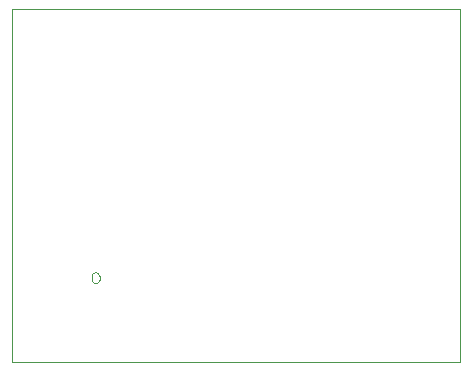
<source format=gbr>
%TF.GenerationSoftware,KiCad,Pcbnew,9.0.6*%
%TF.CreationDate,2026-01-22T02:23:31+05:30*%
%TF.ProjectId,USB-PD-Trigger-Board,5553422d-5044-42d5-9472-69676765722d,rev?*%
%TF.SameCoordinates,Original*%
%TF.FileFunction,Profile,NP*%
%FSLAX45Y45*%
G04 Gerber Fmt 4.5, Leading zero omitted, Abs format (unit mm)*
G04 Created by KiCad (PCBNEW 9.0.6) date 2026-01-22 02:23:31*
%MOMM*%
%LPD*%
G01*
G04 APERTURE LIST*
%TA.AperFunction,Profile*%
%ADD10C,0.050000*%
%TD*%
%TA.AperFunction,Profile*%
%ADD11C,0.010000*%
%TD*%
G04 APERTURE END LIST*
D10*
X10860000Y-9560000D02*
X14660000Y-9560000D01*
X14660000Y-12550000D01*
X10860000Y-12550000D01*
X10860000Y-9560000D01*
D11*
%TO.C,J1*%
X11541750Y-11856000D02*
X11541750Y-11826000D01*
X11606750Y-11826000D02*
X11606750Y-11856000D01*
X11541750Y-11826000D02*
G75*
G02*
X11574250Y-11793500I32500J0D01*
G01*
X11574250Y-11793500D02*
G75*
G02*
X11606750Y-11826000I0J-32500D01*
G01*
X11574250Y-11888500D02*
G75*
G02*
X11541750Y-11856000I0J32500D01*
G01*
X11606750Y-11856000D02*
G75*
G02*
X11574250Y-11888500I-32500J0D01*
G01*
%TD*%
M02*

</source>
